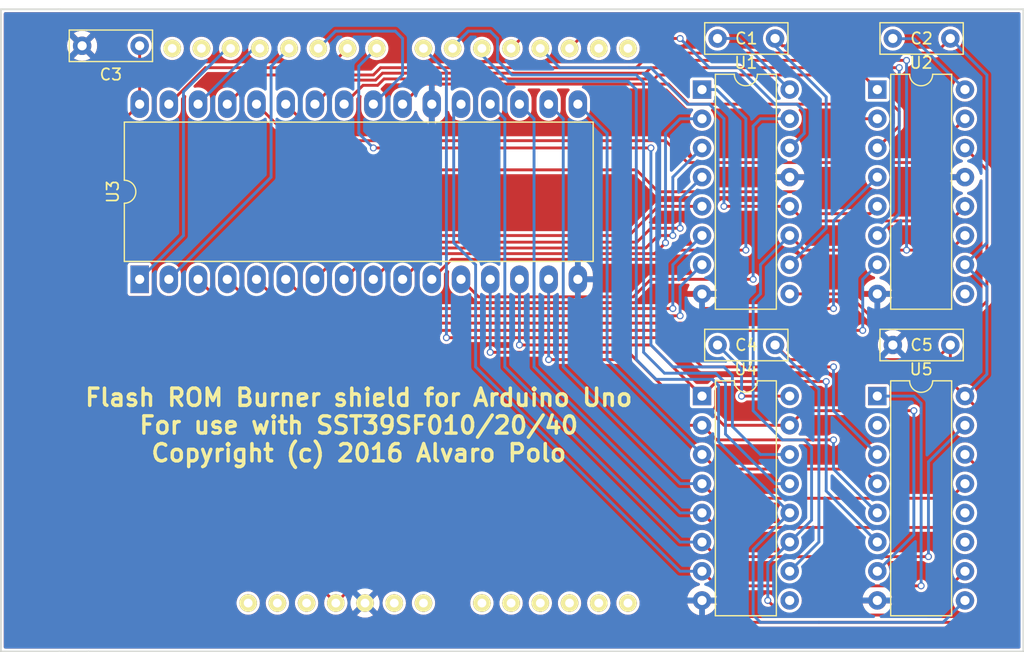
<source format=kicad_pcb>
(kicad_pcb (version 20211014) (generator pcbnew)
  (layers (0 "F.Cu" signal) (31 "B.Cu" signal) (34 "B.Paste" user) (35 "F.Paste" user) (36 "B.SilkS" user "B.Silkscreen") (37 "F.SilkS" user "F.Silkscreen") (38 "B.Mask" user) (39 "F.Mask" user) (44 "Edge.Cuts" user))
  (net 0 "")
  (net 1 "CLOCK")
  (net 2 "ADDR_LATCH")
  (net 3 "ADDR_DAT")
  (net 4 "DATA_LATCH")
  (net 5 "DATA_DIR")
  (net 6 "DATA_IN")
  (net 7 "DATA_OUT")
  (net 8 "WE")
  (net 9 "OE")
  (net 10 "ADDR16")
  (net 11 "VCC")
  (net 12 "GND")
  (net 13 "/A1")
  (net 14 "/A2")
  (net 15 "/A3")
  (net 16 "/A4")
  (net 17 "/A5")
  (net 18 "/A6")
  (net 19 "/A7")
  (net 20 "Net-(U1-Pad9)")
  (net 21 "/A0")
  (net 22 "/A9")
  (net 23 "/A10")
  (net 24 "/A11")
  (net 25 "/A12")
  (net 26 "/A13")
  (net 27 "/A14")
  (net 28 "/A15")
  (net 29 "/A8")
  (net 30 "/DQ0")
  (net 31 "/DQ1")
  (net 32 "/DQ2")
  (net 33 "/DQ3")
  (net 34 "/DQ4")
  (net 35 "/DQ5")
  (net 36 "/DQ6")
  (net 37 "/DQ7")
  (net 38 "ADDR18")
  (net 39 "ADDR17")
  (net 40 "Net-(C1-Pad2)")
  (net 41 "Net-(C2-Pad2)")
  (net 42 "Net-(C4-Pad2)")
  (footprint "Capacitor_THT:C_Rect_L7.0mm_W2.5mm_P5.00mm" (layer "F.Cu") (at 181.61 81.28 180)
    (fp_text reference "C1")
    (fp_text value "100nF")
  )
  (footprint "Capacitor_THT:C_Rect_L7.0mm_W2.5mm_P5.00mm" (layer "F.Cu") (at 196.85 81.28 180)
    (fp_text reference "C2")
    (fp_text value "100nF")
  )
  (footprint "Capacitor_THT:C_Rect_L7.0mm_W2.5mm_P5.00mm" (layer "F.Cu") (at 126.365 81.915 180)
    (fp_text reference "C3")
    (fp_text value "100nF")
  )
  (footprint "Capacitor_THT:C_Rect_L7.0mm_W2.5mm_P5.00mm" (layer "F.Cu") (at 181.61 107.95 180)
    (fp_text reference "C4")
    (fp_text value "100nF")
  )
  (footprint "Capacitor_THT:C_Rect_L7.0mm_W2.5mm_P5.00mm" (layer "F.Cu") (at 196.85 107.95 180)
    (fp_text reference "C5")
    (fp_text value "100nF")
  )
  (footprint "Package_DIP:DIP-16_W7.62mm" (layer "F.Cu") (at 175.26 85.725)
    (fp_text reference "U1")
    (fp_text value "74HC595")
  )
  (footprint "Package_DIP:DIP-16_W7.62mm" (layer "F.Cu") (at 190.5 85.725)
    (fp_text reference "U2")
    (fp_text value "74HC595")
  )
  (footprint "Package_DIP:DIP-32_W15.24mm_LongPads" (layer "F.Cu") (at 126.365 102.235 90)
    (fp_text reference "U3")
    (fp_text value "SST39SF040")
  )
  (footprint "Package_DIP:DIP-16_W7.62mm" (layer "F.Cu") (at 175.26 112.395)
    (fp_text reference "U4")
    (fp_text value "74HC595")
  )
  (footprint "Package_DIP:DIP-16_W7.62mm" (layer "F.Cu") (at 190.5 112.395)
    (fp_text reference "U5")
    (fp_text value "4021")
  )
  (footprint "Arduino:arduino_uno_shield" (layer "F.Cu") (at 148.5011 105.0036)
    (fp_text reference "U6" hide)
    (fp_text value "Arduino_Uno_shield")
  )
  (gr_line (start 119.38 78.74) (end 201.93 78.74) (layer "Edge.Cuts") (width 0.15))
  (gr_line (start 120.015 134.62) (end 119.38 134.62) (layer "Edge.Cuts") (width 0.15))
  (gr_line (start 201.93 78.74) (end 203.2 78.74) (layer "Edge.Cuts") (width 0.15))
  (gr_line (start 114.3 78.74) (end 119.38 78.74) (layer "Edge.Cuts") (width 0.15))
  (gr_line (start 203.2 134.62) (end 121.92 134.62) (layer "Edge.Cuts") (width 0.15))
  (gr_line (start 119.38 134.62) (end 114.3 134.62) (layer "Edge.Cuts") (width 0.15))
  (gr_line (start 121.92 134.62) (end 120.015 134.62) (layer "Edge.Cuts") (width 0.15))
  (gr_line (start 114.3 134.62) (end 114.3 78.74) (layer "Edge.Cuts") (width 0.15))
  (gr_line (start 203.2 78.74) (end 203.2 134.62) (layer "Edge.Cuts") (width 0.15))
  (gr_text "Flash ROM Burner shield for Arduino Uno\nFor use with SST39SF010/20/40\nCopyright (c) 2016 Alvaro Polo\n" (at 145.415 114.935) (layer "F.SilkS") (effects (font (size 1.5 1.5) (thickness 0.3))))
  (segment (start 194.31 131.445) (end 182.245 131.445) (width 0.25) (layer "F.Cu") (net 1))
  (segment (start 184.15 99.695) (end 193.04 99.695) (width 0.25) (layer "F.Cu") (net 1))
  (segment (start 196.85 99.695) (end 198.12 98.425) (width 0.25) (layer "F.Cu") (net 1))
  (segment (start 165.2397 80.645) (end 170.18 80.645) (width 0.25) (layer "F.Cu") (net 1))
  (segment (start 193.04 99.695) (end 196.85 99.695) (width 0.25) (layer "F.Cu") (net 1))
  (segment (start 181.61 82.55) (end 172.085 82.55) (width 0.25) (layer "F.Cu") (net 1))
  (segment (start 188.595 82.55) (end 189.23 82.55) (width 0.25) (layer "F.Cu") (net 1))
  (segment (start 189.23 82.55) (end 189.865 83.185) (width 0.25) (layer "F.Cu") (net 1))
  (segment (start 189.865 83.185) (end 193.04 83.185) (width 0.25) (layer "F.Cu") (net 1))
  (segment (start 182.245 131.445) (end 180.975 130.175) (width 0.25) (layer "F.Cu") (net 1))
  (segment (start 181.61 82.55) (end 188.595 82.55) (width 0.25) (layer "F.Cu") (net 1))
  (segment (start 163.7411 82.1436) (end 165.2397 80.645) (width 0.25) (layer "F.Cu") (net 1))
  (segment (start 170.18 80.645) (end 172.085 82.55) (width 0.25) (layer "F.Cu") (net 1))
  (segment (start 182.88 98.425) (end 184.15 99.695) (width 0.25) (layer "F.Cu") (net 1))
  (segment (start 198.12 127.635) (end 194.31 131.445) (width 0.25) (layer "F.Cu") (net 1))
  (via (at 193.04 83.185) (size 0.6) (drill 0.4) (layers "F.Cu" "B.Cu") (net 1))
  (via (at 180.975 130.175) (size 0.6) (drill 0.4) (layers "F.Cu" "B.Cu") (net 1))
  (via (at 193.04 99.695) (size 0.6) (drill 0.4) (layers "F.Cu" "B.Cu") (net 1))
  (segment (start 180.975 127) (end 182.88 125.095) (width 0.25) (layer "B.Cu") (net 1))
  (segment (start 184.785 123.19) (end 184.785 116.84) (width 0.25) (layer "B.Cu") (net 1))
  (segment (start 184.785 116.84) (end 184.15 116.205) (width 0.25) (layer "B.Cu") (net 1))
  (segment (start 184.15 116.205) (end 182.245 116.205) (width 0.25) (layer "B.Cu") (net 1))
  (segment (start 182.245 116.205) (end 181.61 115.57) (width 0.25) (layer "B.Cu") (net 1))
  (segment (start 180.34 100.965) (end 182.88 98.425) (width 0.25) (layer "B.Cu") (net 1))
  (segment (start 193.04 83.185) (end 193.04 99.695) (width 0.25) (layer "B.Cu") (net 1))
  (segment (start 180.975 130.175) (end 180.975 127) (width 0.25) (layer "B.Cu") (net 1))
  (segment (start 180.34 103.505) (end 180.34 100.965) (width 0.25) (layer "B.Cu") (net 1))
  (segment (start 179.705 104.14) (end 179.705 113.665) (width 0.25) (layer "B.Cu") (net 1))
  (segment (start 179.705 113.665) (end 180.34 114.3) (width 0.25) (layer "B.Cu") (net 1))
  (segment (start 180.34 103.505) (end 179.705 104.14) (width 0.25) (layer "B.Cu") (net 1))
  (segment (start 181.61 115.57) (end 180.34 114.3) (width 0.25) (layer "B.Cu") (net 1))
  (segment (start 182.88 125.095) (end 184.785 123.19) (width 0.25) (layer "B.Cu") (net 1))
  (segment (start 196.85 97.155) (end 184.15 97.155) (width 0.25) (layer "F.Cu") (net 2))
  (segment (start 184.15 97.155) (end 182.88 95.885) (width 0.25) (layer "F.Cu") (net 2))
  (segment (start 198.12 95.885) (end 196.85 97.155) (width 0.25) (layer "F.Cu") (net 2))
  (segment (start 182.88 95.885) (end 177.165 95.885) (width 0.25) (layer "F.Cu") (net 2))
  (via (at 177.165 95.885) (size 0.6) (drill 0.4) (layers "F.Cu" "B.Cu") (net 2))
  (segment (start 177.165 95.885) (end 177.165 88.265) (width 0.25) (layer "B.Cu") (net 2))
  (segment (start 177.165 88.265) (end 175.895 86.995) (width 0.25) (layer "B.Cu") (net 2))
  (segment (start 175.895 86.995) (end 173.99 86.995) (width 0.25) (layer "B.Cu") (net 2))
  (segment (start 168.91 83.82) (end 162.8775 83.82) (width 0.25) (layer "B.Cu") (net 2))
  (segment (start 162.8775 83.82) (end 161.2011 82.1436) (width 0.25) (layer "B.Cu") (net 2))
  (segment (start 170.815 83.82) (end 168.91 83.82) (width 0.25) (layer "B.Cu") (net 2))
  (segment (start 173.99 86.995) (end 170.815 83.82) (width 0.25) (layer "B.Cu") (net 2))
  (segment (start 160.7947 80.01) (end 170.815 80.01) (width 0.25) (layer "F.Cu") (net 3))
  (segment (start 170.815 80.01) (end 172.085 81.28) (width 0.25) (layer "F.Cu") (net 3))
  (segment (start 172.085 81.28) (end 173.355 81.28) (width 0.25) (layer "F.Cu") (net 3))
  (segment (start 158.6611 82.1436) (end 160.7947 80.01) (width 0.25) (layer "F.Cu") (net 3))
  (via (at 173.355 81.28) (size 0.6) (drill 0.4) (layers "F.Cu" "B.Cu") (net 3))
  (segment (start 184.15 89.535) (end 184.15 87.63) (width 0.25) (layer "B.Cu") (net 3))
  (segment (start 184.15 87.63) (end 183.515 86.995) (width 0.25) (layer "B.Cu") (net 3))
  (segment (start 183.515 86.995) (end 181.61 86.995) (width 0.25) (layer "B.Cu") (net 3))
  (segment (start 173.355 81.28) (end 175.895 83.82) (width 0.25) (layer "B.Cu") (net 3))
  (segment (start 178.435 83.82) (end 181.61 86.995) (width 0.25) (layer "B.Cu") (net 3))
  (segment (start 182.88 90.805) (end 184.15 89.535) (width 0.25) (layer "B.Cu") (net 3))
  (segment (start 175.895 83.82) (end 178.435 83.82) (width 0.25) (layer "B.Cu") (net 3))
  (segment (start 196.215 132.08) (end 180.34 132.08) (width 0.25) (layer "B.Cu") (net 4))
  (segment (start 180.34 132.08) (end 179.705 131.445) (width 0.25) (layer "B.Cu") (net 4))
  (segment (start 179.705 131.445) (end 179.705 125.73) (width 0.25) (layer "B.Cu") (net 4))
  (segment (start 179.705 125.73) (end 182.88 122.555) (width 0.25) (layer "B.Cu") (net 4))
  (segment (start 176.7 116.375) (end 176.7 111.47) (width 0.25) (layer "B.Cu") (net 4))
  (segment (start 176.7 111.47) (end 176.17 110.94) (width 0.25) (layer "B.Cu") (net 4))
  (segment (start 169.545 85.725) (end 168.82 85) (width 0.25) (layer "B.Cu") (net 4))
  (segment (start 169.545 109.22) (end 169.545 85.725) (width 0.25) (layer "B.Cu") (net 4))
  (segment (start 168.82 85) (end 158.4 85) (width 0.25) (layer "B.Cu") (net 4))
  (segment (start 198.12 130.175) (end 196.215 132.08) (width 0.25) (layer "B.Cu") (net 4))
  (segment (start 156.1211 82.7211) (end 156.1211 82.1436) (width 0.25) (layer "B.Cu") (net 4))
  (segment (start 176.17 110.94) (end 171.265 110.94) (width 0.25) (layer "B.Cu") (net 4))
  (segment (start 158.4 85) (end 156.1211 82.7211) (width 0.25) (layer "B.Cu") (net 4))
  (segment (start 182.88 122.555) (end 176.7 116.375) (width 0.25) (layer "B.Cu") (net 4))
  (segment (start 171.265 110.94) (end 169.545 109.22) (width 0.25) (layer "B.Cu") (net 4))
  (segment (start 177.3 115.705) (end 177.3 111.26) (width 0.25) (layer "B.Cu") (net 5))
  (segment (start 158.75 84.455) (end 157.48 83.185) (width 0.25) (layer "B.Cu") (net 5))
  (segment (start 177.3 111.26) (end 176.44 110.4) (width 0.25) (layer "B.Cu") (net 5))
  (segment (start 154.94 80.645) (end 153.5811 82.0039) (width 0.25) (layer "B.Cu") (net 5))
  (segment (start 176.44 110.4) (end 171.995 110.4) (width 0.25) (layer "B.Cu") (net 5))
  (segment (start 157.48 81.28) (end 156.845 80.645) (width 0.25) (layer "B.Cu") (net 5))
  (segment (start 170.18 85.09) (end 169.545 84.455) (width 0.25) (layer "B.Cu") (net 5))
  (segment (start 156.845 80.645) (end 154.94 80.645) (width 0.25) (layer "B.Cu") (net 5))
  (segment (start 153.5811 82.0039) (end 153.5811 82.1436) (width 0.25) (layer "B.Cu") (net 5))
  (segment (start 157.48 83.185) (end 157.48 81.28) (width 0.25) (layer "B.Cu") (net 5))
  (segment (start 170.18 108.585) (end 170.18 85.09) (width 0.25) (layer "B.Cu") (net 5))
  (segment (start 169.545 84.455) (end 158.75 84.455) (width 0.25) (layer "B.Cu") (net 5))
  (segment (start 181.61 120.015) (end 177.3 115.705) (width 0.25) (layer "B.Cu") (net 5))
  (segment (start 182.88 120.015) (end 181.61 120.015) (width 0.25) (layer "B.Cu") (net 5))
  (segment (start 171.995 110.4) (end 170.18 108.585) (width 0.25) (layer "B.Cu") (net 5))
  (segment (start 186.69 109.855) (end 175.26 109.855) (width 0.25) (layer "F.Cu") (net 6))
  (segment (start 172.72 107.315) (end 153.035 107.315) (width 0.25) (layer "F.Cu") (net 6))
  (segment (start 175.26 109.855) (end 172.72 107.315) (width 0.25) (layer "F.Cu") (net 6))
  (via (at 186.69 109.855) (size 0.6) (drill 0.4) (layers "F.Cu" "B.Cu") (net 6))
  (via (at 153.035 107.315) (size 0.6) (drill 0.4) (layers "F.Cu" "B.Cu") (net 6))
  (segment (start 186.69 113.665) (end 186.69 109.855) (width 0.25) (layer "B.Cu") (net 6))
  (segment (start 190.5 117.475) (end 186.69 113.665) (width 0.25) (layer "B.Cu") (net 6))
  (segment (start 153.035 84.135) (end 153.035 107.315) (width 0.25) (layer "B.Cu") (net 6))
  (segment (start 151.0436 82.1436) (end 153.035 84.135) (width 0.25) (layer "B.Cu") (net 6))
  (segment (start 151.0411 82.1436) (end 151.0436 82.1436) (width 0.25) (layer "B.Cu") (net 6))
  (segment (start 170.815 90.805) (end 146.685 90.805) (width 0.25) (layer "F.Cu") (net 7))
  (via (at 170.815 90.805) (size 0.6) (drill 0.4) (layers "F.Cu" "B.Cu") (net 7))
  (via (at 146.685 90.805) (size 0.6) (drill 0.4) (layers "F.Cu" "B.Cu") (net 7))
  (segment (start 182.88 117.475) (end 180.34 117.475) (width 0.25) (layer "B.Cu") (net 7))
  (segment (start 177.9 110.59) (end 177.165 109.855) (width 0.25) (layer "B.Cu") (net 7))
  (segment (start 145.415 89.535) (end 145.415 83.685) (width 0.25) (layer "B.Cu") (net 7))
  (segment (start 177.9 115.035) (end 177.9 110.59) (width 0.25) (layer "B.Cu") (net 7))
  (segment (start 145.415 83.685) (end 146.9564 82.1436) (width 0.25) (layer "B.Cu") (net 7))
  (segment (start 180.34 117.475) (end 177.9 115.035) (width 0.25) (layer "B.Cu") (net 7))
  (segment (start 172.72 109.855) (end 170.815 107.95) (width 0.25) (layer "B.Cu") (net 7))
  (segment (start 146.685 90.805) (end 145.415 89.535) (width 0.25) (layer "B.Cu") (net 7))
  (segment (start 146.9564 82.1436) (end 146.9771 82.1436) (width 0.25) (layer "B.Cu") (net 7))
  (segment (start 177.165 109.855) (end 172.72 109.855) (width 0.25) (layer "B.Cu") (net 7))
  (segment (start 170.815 107.95) (end 170.815 90.805) (width 0.25) (layer "B.Cu") (net 7))
  (segment (start 132.08 83.82) (end 135.757606 83.82) (width 0.25) (layer "F.Cu") (net 8))
  (segment (start 135.757606 83.82) (end 135.89 83.82) (width 0.25) (layer "F.Cu") (net 8))
  (segment (start 142.7607 83.82) (end 144.4371 82.1436) (width 0.25) (layer "F.Cu") (net 8))
  (segment (start 135.89 83.82) (end 142.7607 83.82) (width 0.25) (layer "F.Cu") (net 8))
  (segment (start 128.905 86.995) (end 132.08 83.82) (width 0.25) (layer "F.Cu") (net 8))
  (segment (start 143.3957 80.645) (end 148.59 80.645) (width 0.25) (layer "B.Cu") (net 9))
  (segment (start 148.59 80.645) (end 149.225 81.28) (width 0.25) (layer "B.Cu") (net 9))
  (segment (start 149.225 81.28) (end 149.225 83.185) (width 0.25) (layer "B.Cu") (net 9))
  (segment (start 149.225 84.455) (end 149.225 83.185) (width 0.25) (layer "B.Cu") (net 9))
  (segment (start 141.8971 82.1436) (end 143.3957 80.645) (width 0.25) (layer "B.Cu") (net 9))
  (segment (start 146.685 86.995) (end 149.225 84.455) (width 0.25) (layer "B.Cu") (net 9))
  (segment (start 137.795 93.345) (end 137.795 83.705) (width 0.25) (layer "B.Cu") (net 10))
  (segment (start 137.795 83.705) (end 139.3564 82.1436) (width 0.25) (layer "B.Cu") (net 10))
  (segment (start 128.905 102.235) (end 137.795 93.345) (width 0.25) (layer "B.Cu") (net 10))
  (segment (start 139.3564 82.1436) (end 139.3571 82.1436) (width 0.25) (layer "B.Cu") (net 10))
  (segment (start 195.58 82.55) (end 196.85 81.28) (width 0.25) (layer "F.Cu") (net 11))
  (segment (start 196.85 111.125) (end 196.85 107.95) (width 0.25) (layer "F.Cu") (net 11))
  (segment (start 195.58 109.22) (end 182.88 109.22) (width 0.25) (layer "F.Cu") (net 11))
  (segment (start 182.88 109.22) (end 181.61 107.95) (width 0.25) (layer "F.Cu") (net 11))
  (segment (start 144.9197 128.905) (end 170.18 128.905) (width 0.25) (layer "F.Cu") (net 11))
  (segment (start 170.18 128.905) (end 170.815 128.905) (width 0.25) (layer "F.Cu") (net 11))
  (segment (start 170.815 128.905) (end 173.99 132.08) (width 0.25) (layer "F.Cu") (net 11))
  (segment (start 173.99 132.08) (end 185.42 132.08) (width 0.25) (layer "F.Cu") (net 11))
  (segment (start 199.39 132.08) (end 201.295 130.175) (width 0.25) (layer "F.Cu") (net 11))
  (segment (start 201.295 130.175) (end 201.295 115.57) (width 0.25) (layer "F.Cu") (net 11))
  (segment (start 201.295 115.57) (end 198.12 112.395) (width 0.25) (layer "F.Cu") (net 11))
  (segment (start 141.9225 128.905) (end 139.7 128.905) (width 0.25) (layer "F.Cu") (net 11))
  (segment (start 139.7 128.905) (end 123.19 112.395) (width 0.25) (layer "F.Cu") (net 11))
  (segment (start 123.19 112.395) (end 123.19 94.615) (width 0.25) (layer "F.Cu") (net 11))
  (segment (start 185.42 132.08) (end 199.39 132.08) (width 0.25) (layer "F.Cu") (net 11))
  (segment (start 190.5 82.55) (end 195.58 82.55) (width 0.25) (layer "F.Cu") (net 11))
  (segment (start 184.15 81.915) (end 182.245 81.915) (width 0.25) (layer "F.Cu") (net 11))
  (segment (start 182.245 81.915) (end 181.61 81.28) (width 0.25) (layer "F.Cu") (net 11))
  (segment (start 126.365 83.185) (end 126.365 81.915) (width 0.25) (layer "F.Cu") (net 11))
  (segment (start 123.19 90.17) (end 123.19 93.98) (width 0.25) (layer "F.Cu") (net 11))
  (segment (start 196.85 107.95) (end 195.58 109.22) (width 0.25) (layer "F.Cu") (net 11))
  (segment (start 189.865 81.915) (end 184.15 81.915) (width 0.25) (layer "F.Cu") (net 11))
  (segment (start 143.4211 130.4036) (end 141.9225 128.905) (width 0.25) (layer "F.Cu") (net 11))
  (segment (start 126.365 86.995) (end 126.365 83.185) (width 0.25) (layer "F.Cu") (net 11))
  (segment (start 123.19 94.615) (end 123.19 93.98) (width 0.25) (layer "F.Cu") (net 11))
  (segment (start 198.12 112.395) (end 196.85 111.125) (width 0.25) (layer "F.Cu") (net 11))
  (segment (start 190.5 82.55) (end 189.865 81.915) (width 0.25) (layer "F.Cu") (net 11))
  (segment (start 126.365 86.995) (end 123.19 90.17) (width 0.25) (layer "F.Cu") (net 11))
  (segment (start 143.4211 130.4036) (end 144.9197 128.905) (width 0.25) (layer "F.Cu") (net 11))
  (segment (start 200.025 110.49) (end 200.025 102.87) (width 0.25) (layer "B.Cu") (net 11))
  (segment (start 200.025 102.87) (end 198.12 100.965) (width 0.25) (layer "B.Cu") (net 11))
  (segment (start 198.12 112.395) (end 200.025 110.49) (width 0.25) (layer "B.Cu") (net 11))
  (segment (start 186.055 86.36) (end 181.61 81.915) (width 0.25) (layer "B.Cu") (net 11))
  (segment (start 185.42 111.82) (end 185.42 125.095) (width 0.25) (layer "B.Cu") (net 11))
  (segment (start 200.025 99.06) (end 200.025 84.455) (width 0.25) (layer "B.Cu") (net 11))
  (segment (start 181.61 107.95) (end 181.61 108.01) (width 0.25) (layer "B.Cu") (net 11))
  (segment (start 181.61 108.01) (end 185.42 111.82) (width 0.25) (layer "B.Cu") (net 11))
  (segment (start 182.88 100.965) (end 186.055 97.79) (width 0.25) (layer "B.Cu") (net 11))
  (segment (start 198.12 100.965) (end 200.025 99.06) (width 0.25) (layer "B.Cu") (net 11))
  (segment (start 181.61 81.915) (end 181.61 81.28) (width 0.25) (layer "B.Cu") (net 11))
  (segment (start 200.025 84.455) (end 196.85 81.28) (width 0.25) (layer "B.Cu") (net 11))
  (segment (start 186.055 97.79) (end 186.055 86.36) (width 0.25) (layer "B.Cu") (net 11))
  (segment (start 185.42 125.095) (end 182.88 127.635) (width 0.25) (layer "B.Cu") (net 11))
  (segment (start 179.07 99.695) (end 172.905 99.695) (width 0.25) (layer "F.Cu") (net 13))
  (segment (start 172.1 100.5) (end 153.5 100.5) (width 0.25) (layer "F.Cu") (net 13))
  (segment (start 153.5 100.5) (end 151.765 102.235) (width 0.25) (layer "F.Cu") (net 13))
  (segment (start 172.905 99.695) (end 172.1 100.5) (width 0.25) (layer "F.Cu") (net 13))
  (via (at 179.07 99.695) (size 0.6) (drill 0.4) (layers "F.Cu" "B.Cu") (net 13))
  (segment (start 179.07 89.535) (end 179.07 99.695) (width 0.25) (layer "B.Cu") (net 13))
  (segment (start 177.8 86.995) (end 176.53 85.725) (width 0.25) (layer "B.Cu") (net 13))
  (segment (start 176.53 85.725) (end 175.26 85.725) (width 0.25) (layer "B.Cu") (net 13))
  (segment (start 179.07 88.265) (end 177.8 86.995) (width 0.25) (layer "B.Cu") (net 13))
  (segment (start 179.07 89.535) (end 179.07 88.265) (width 0.25) (layer "B.Cu") (net 13))
  (segment (start 172.085 99.06) (end 171.145 100) (width 0.25) (layer "F.Cu") (net 14))
  (segment (start 151.46 100) (end 149.225 102.235) (width 0.25) (layer "F.Cu") (net 14))
  (segment (start 171.145 100) (end 151.46 100) (width 0.25) (layer "F.Cu") (net 14))
  (via (at 172.085 99.06) (size 0.6) (drill 0.4) (layers "F.Cu" "B.Cu") (net 14))
  (segment (start 172.085 89.535) (end 172.085 99.06) (width 0.25) (layer "B.Cu") (net 14))
  (segment (start 173.355 88.265) (end 172.085 89.535) (width 0.25) (layer "B.Cu") (net 14))
  (segment (start 175.26 88.265) (end 173.355 88.265) (width 0.25) (layer "B.Cu") (net 14))
  (segment (start 170.365 99.51) (end 149.41 99.51) (width 0.25) (layer "F.Cu") (net 15))
  (segment (start 172.72 98.425) (end 171.45 98.425) (width 0.25) (layer "F.Cu") (net 15))
  (segment (start 171.45 98.425) (end 170.365 99.51) (width 0.25) (layer "F.Cu") (net 15))
  (segment (start 149.41 99.51) (end 146.685 102.235) (width 0.25) (layer "F.Cu") (net 15))
  (via (at 172.72 98.425) (size 0.6) (drill 0.4) (layers "F.Cu" "B.Cu") (net 15))
  (segment (start 172.72 93.345) (end 172.72 98.425) (width 0.25) (layer "B.Cu") (net 15))
  (segment (start 175.26 90.805) (end 172.72 93.345) (width 0.25) (layer "B.Cu") (net 15))
  (segment (start 169.605 99) (end 147.38 99) (width 0.25) (layer "F.Cu") (net 16))
  (segment (start 147.38 99) (end 144.145 102.235) (width 0.25) (layer "F.Cu") (net 16))
  (segment (start 173.355 97.79) (end 170.815 97.79) (width 0.25) (layer "F.Cu") (net 16))
  (segment (start 170.815 97.79) (end 169.605 99) (width 0.25) (layer "F.Cu") (net 16))
  (via (at 173.355 97.79) (size 0.6) (drill 0.4) (layers "F.Cu" "B.Cu") (net 16))
  (segment (start 173.355 97.79) (end 173.355 95.25) (width 0.25) (layer "B.Cu") (net 16))
  (segment (start 173.355 95.25) (end 175.26 93.345) (width 0.25) (layer "B.Cu") (net 16))
  (segment (start 168.91 98.425) (end 171.45 95.885) (width 0.25) (layer "F.Cu") (net 17))
  (segment (start 145.415 98.425) (end 149.225 98.425) (width 0.25) (layer "F.Cu") (net 17))
  (segment (start 175.26 95.885) (end 171.45 95.885) (width 0.25) (layer "F.Cu") (net 17))
  (segment (start 167.64 98.425) (end 168.91 98.425) (width 0.25) (layer "F.Cu") (net 17))
  (segment (start 149.225 98.425) (end 167.64 98.425) (width 0.25) (layer "F.Cu") (net 17))
  (segment (start 141.605 102.235) (end 145.415 98.425) (width 0.25) (layer "F.Cu") (net 17))
  (segment (start 145.415 104.775) (end 172.72 104.775) (width 0.25) (layer "F.Cu") (net 18))
  (segment (start 141.605 104.775) (end 139.065 102.235) (width 0.25) (layer "F.Cu") (net 18))
  (segment (start 145.415 104.775) (end 141.605 104.775) (width 0.25) (layer "F.Cu") (net 18))
  (via (at 172.72 104.775) (size 0.6) (drill 0.4) (layers "F.Cu" "B.Cu") (net 18))
  (segment (start 172.72 104.775) (end 172.72 100.965) (width 0.25) (layer "B.Cu") (net 18))
  (segment (start 172.72 100.965) (end 175.26 98.425) (width 0.25) (layer "B.Cu") (net 18))
  (segment (start 173.355 105.41) (end 143.51 105.41) (width 0.25) (layer "F.Cu") (net 19))
  (segment (start 139.7 105.41) (end 136.525 102.235) (width 0.25) (layer "F.Cu") (net 19))
  (segment (start 143.51 105.41) (end 139.7 105.41) (width 0.25) (layer "F.Cu") (net 19))
  (via (at 173.355 105.41) (size 0.6) (drill 0.4) (layers "F.Cu" "B.Cu") (net 19))
  (segment (start 173.355 102.87) (end 173.355 105.41) (width 0.25) (layer "B.Cu") (net 19))
  (segment (start 175.26 100.965) (end 173.355 102.87) (width 0.25) (layer "B.Cu") (net 19))
  (segment (start 187.96 103.505) (end 189.865 105.41) (width 0.25) (layer "F.Cu") (net 20))
  (segment (start 189.865 105.41) (end 196.215 105.41) (width 0.25) (layer "F.Cu") (net 20))
  (segment (start 200.025 92.71) (end 200.025 104.14) (width 0.25) (layer "F.Cu") (net 20))
  (segment (start 200.025 104.14) (end 198.755 105.41) (width 0.25) (layer "F.Cu") (net 20))
  (segment (start 198.755 105.41) (end 196.215 105.41) (width 0.25) (layer "F.Cu") (net 20))
  (segment (start 198.12 90.805) (end 200.025 92.71) (width 0.25) (layer "F.Cu") (net 20))
  (segment (start 182.88 103.505) (end 187.96 103.505) (width 0.25) (layer "F.Cu") (net 20))
  (segment (start 179.705 102.235) (end 170.815 102.235) (width 0.25) (layer "F.Cu") (net 21))
  (segment (start 170.815 102.235) (end 169.29 103.76) (width 0.25) (layer "F.Cu") (net 21))
  (segment (start 155.83 103.76) (end 154.305 102.235) (width 0.25) (layer "F.Cu") (net 21))
  (segment (start 169.29 103.76) (end 155.83 103.76) (width 0.25) (layer "F.Cu") (net 21))
  (via (at 179.705 102.235) (size 0.6) (drill 0.4) (layers "F.Cu" "B.Cu") (net 21))
  (segment (start 179.705 91.44) (end 179.705 102.235) (width 0.25) (layer "B.Cu") (net 21))
  (segment (start 179.705 88.9) (end 180.34 88.265) (width 0.25) (layer "B.Cu") (net 21))
  (segment (start 180.34 88.265) (end 182.88 88.265) (width 0.25) (layer "B.Cu") (net 21))
  (segment (start 179.705 91.44) (end 179.705 88.9) (width 0.25) (layer "B.Cu") (net 21))
  (segment (start 170.335 84.3) (end 170.815 83.82) (width 0.25) (layer "F.Cu") (net 22))
  (segment (start 146.871396 84.905) (end 147.476396 84.3) (width 0.25) (layer "F.Cu") (net 22))
  (segment (start 189.23 84.455) (end 190.5 85.725) (width 0.25) (layer "F.Cu") (net 22))
  (segment (start 170.815 83.82) (end 187.96 83.82) (width 0.25) (layer "F.Cu") (net 22))
  (segment (start 187.96 83.82) (end 188.595 84.455) (width 0.25) (layer "F.Cu") (net 22))
  (segment (start 188.595 84.455) (end 189.23 84.455) (width 0.25) (layer "F.Cu") (net 22))
  (segment (start 143.695 84.905) (end 146.871396 84.905) (width 0.25) (layer "F.Cu") (net 22))
  (segment (start 147.476396 84.3) (end 170.335 84.3) (width 0.25) (layer "F.Cu") (net 22))
  (segment (start 141.605 86.995) (end 143.695 84.905) (width 0.25) (layer "F.Cu") (net 22))
  (segment (start 174.095 86.995) (end 187.96 86.995) (width 0.25) (layer "F.Cu") (net 23))
  (segment (start 187.96 86.995) (end 189.23 88.265) (width 0.25) (layer "F.Cu") (net 23))
  (segment (start 149.225 86.995) (end 150.97 85.25) (width 0.25) (layer "F.Cu") (net 23))
  (segment (start 150.97 85.25) (end 172.35 85.25) (width 0.25) (layer "F.Cu") (net 23))
  (segment (start 189.23 88.265) (end 190.5 88.265) (width 0.25) (layer "F.Cu") (net 23))
  (segment (start 172.35 85.25) (end 174.095 86.995) (width 0.25) (layer "F.Cu") (net 23))
  (segment (start 192.405 88.9) (end 190.5 90.805) (width 0.25) (layer "F.Cu") (net 24))
  (segment (start 147.612792 84.8) (end 171.105 84.8) (width 0.25) (layer "F.Cu") (net 24))
  (segment (start 189.52 86.995) (end 191.77 86.995) (width 0.25) (layer "F.Cu") (net 24))
  (segment (start 145.785 85.355) (end 147.057792 85.355) (width 0.25) (layer "F.Cu") (net 24))
  (segment (start 192.405 87.63) (end 192.405 88.9) (width 0.25) (layer "F.Cu") (net 24))
  (segment (start 147.057792 85.355) (end 147.612792 84.8) (width 0.25) (layer "F.Cu") (net 24))
  (segment (start 171.105 84.8) (end 171.45 84.455) (width 0.25) (layer "F.Cu") (net 24))
  (segment (start 191.77 86.995) (end 192.405 87.63) (width 0.25) (layer "F.Cu") (net 24))
  (segment (start 144.145 86.995) (end 145.785 85.355) (width 0.25) (layer "F.Cu") (net 24))
  (segment (start 171.45 84.455) (end 186.98 84.455) (width 0.25) (layer "F.Cu") (net 24))
  (segment (start 186.98 84.455) (end 189.52 86.995) (width 0.25) (layer "F.Cu") (net 24))
  (segment (start 186.69 104.775) (end 175.26 104.775) (width 0.25) (layer "F.Cu") (net 25))
  (segment (start 175.26 104.775) (end 173.99 106.045) (width 0.25) (layer "F.Cu") (net 25))
  (segment (start 173.99 106.045) (end 141.605 106.045) (width 0.25) (layer "F.Cu") (net 25))
  (segment (start 137.795 106.045) (end 133.985 102.235) (width 0.25) (layer "F.Cu") (net 25))
  (segment (start 141.605 106.045) (end 137.795 106.045) (width 0.25) (layer "F.Cu") (net 25))
  (via (at 186.69 104.775) (size 0.6) (drill 0.4) (layers "F.Cu" "B.Cu") (net 25))
  (segment (start 186.69 97.155) (end 186.69 104.775) (width 0.25) (layer "B.Cu") (net 25))
  (segment (start 190.5 93.345) (end 186.69 97.155) (width 0.25) (layer "B.Cu") (net 25))
  (segment (start 171.45 94.615) (end 169.545 92.71) (width 0.25) (layer "F.Cu") (net 26))
  (segment (start 169.545 92.71) (end 146.05 92.71) (width 0.25) (layer "F.Cu") (net 26))
  (segment (start 184.785 95.885) (end 183.515 94.615) (width 0.25) (layer "F.Cu") (net 26))
  (segment (start 183.515 94.615) (end 171.45 94.615) (width 0.25) (layer "F.Cu") (net 26))
  (segment (start 185.42 96.52) (end 189.865 96.52) (width 0.25) (layer "F.Cu") (net 26))
  (segment (start 189.865 96.52) (end 190.5 95.885) (width 0.25) (layer "F.Cu") (net 26))
  (segment (start 144.145 92.71) (end 146.05 92.71) (width 0.25) (layer "F.Cu") (net 26))
  (segment (start 142.24 92.71) (end 144.145 92.71) (width 0.25) (layer "F.Cu") (net 26))
  (segment (start 184.785 95.885) (end 185.42 96.52) (width 0.25) (layer "F.Cu") (net 26))
  (segment (start 136.525 86.995) (end 142.24 92.71) (width 0.25) (layer "F.Cu") (net 26))
  (segment (start 192.405 83.82) (end 189.23 83.82) (width 0.25) (layer "F.Cu") (net 27))
  (segment (start 147.32 83.82) (end 146.685 84.455) (width 0.25) (layer "F.Cu") (net 27))
  (segment (start 140.335 84.455) (end 146.685 84.455) (width 0.25) (layer "F.Cu") (net 27))
  (segment (start 180.975 83.185) (end 170.18 83.185) (width 0.25) (layer "F.Cu") (net 27))
  (segment (start 170.18 83.185) (end 169.545 83.82) (width 0.25) (layer "F.Cu") (net 27))
  (segment (start 169.545 83.82) (end 147.32 83.82) (width 0.25) (layer "F.Cu") (net 27))
  (segment (start 188.595 83.185) (end 180.975 83.185) (width 0.25) (layer "F.Cu") (net 27))
  (segment (start 136.525 84.455) (end 138.43 84.455) (width 0.25) (layer "F.Cu") (net 27))
  (segment (start 138.43 84.455) (end 140.335 84.455) (width 0.25) (layer "F.Cu") (net 27))
  (segment (start 189.23 83.82) (end 188.595 83.185) (width 0.25) (layer "F.Cu") (net 27))
  (segment (start 133.985 86.995) (end 136.525 84.455) (width 0.25) (layer "F.Cu") (net 27))
  (via (at 192.405 83.82) (size 0.6) (drill 0.4) (layers "F.Cu" "B.Cu") (net 27))
  (segment (start 192.405 96.52) (end 192.405 83.82) (width 0.25) (layer "B.Cu") (net 27))
  (segment (start 190.5 98.425) (end 192.405 96.52) (width 0.25) (layer "B.Cu") (net 27))
  (segment (start 139.7 106.68) (end 189.23 106.68) (width 0.25) (layer "F.Cu") (net 28))
  (segment (start 135.89 106.68) (end 131.445 102.235) (width 0.25) (layer "F.Cu") (net 28))
  (segment (start 139.7 106.68) (end 135.89 106.68) (width 0.25) (layer "F.Cu") (net 28))
  (via (at 189.23 106.68) (size 0.6) (drill 0.4) (layers "F.Cu" "B.Cu") (net 28))
  (segment (start 189.23 106.68) (end 189.23 102.235) (width 0.25) (layer "B.Cu") (net 28))
  (segment (start 189.23 102.235) (end 190.5 100.965) (width 0.25) (layer "B.Cu") (net 28))
  (segment (start 173.99 92.075) (end 194.31 92.075) (width 0.25) (layer "F.Cu") (net 29))
  (segment (start 194.31 92.075) (end 198.12 88.265) (width 0.25) (layer "F.Cu") (net 29))
  (segment (start 172.085 90.17) (end 173.99 92.075) (width 0.25) (layer "F.Cu") (net 29))
  (segment (start 144.145 90.17) (end 146.05 90.17) (width 0.25) (layer "F.Cu") (net 29))
  (segment (start 142.24 90.17) (end 144.145 90.17) (width 0.25) (layer "F.Cu") (net 29))
  (segment (start 172.085 90.17) (end 146.05 90.17) (width 0.25) (layer "F.Cu") (net 29))
  (segment (start 139.065 86.995) (end 142.24 90.17) (width 0.25) (layer "F.Cu") (net 29))
  (segment (start 193.675 113.665) (end 184.15 113.665) (width 0.25) (layer "F.Cu") (net 30))
  (segment (start 184.15 113.665) (end 182.88 114.935) (width 0.25) (layer "F.Cu") (net 30))
  (segment (start 175.895 113.665) (end 173.965 113.665) (width 0.25) (layer "F.Cu") (net 30))
  (segment (start 182.88 114.935) (end 177.165 114.935) (width 0.25) (layer "F.Cu") (net 30))
  (segment (start 177.165 114.935) (end 175.895 113.665) (width 0.25) (layer "F.Cu") (net 30))
  (segment (start 173.965 113.665) (end 168.885 108.585) (width 0.25) (layer "F.Cu") (net 30))
  (segment (start 168.885 108.585) (end 156.845 108.585) (width 0.25) (layer "F.Cu") (net 30))
  (via (at 156.845 108.585) (size 0.6) (drill 0.4) (layers "F.Cu" "B.Cu") (net 30))
  (via (at 193.675 113.665) (size 0.6) (drill 0.4) (layers "F.Cu" "B.Cu") (net 30))
  (segment (start 193.675 124.46) (end 193.675 113.665) (width 0.25) (layer "B.Cu") (net 30))
  (segment (start 156.845 108.585) (end 156.845 102.235) (width 0.25) (layer "B.Cu") (net 30))
  (segment (start 190.5 127.635) (end 193.675 124.46) (width 0.25) (layer "B.Cu") (net 30))
  (segment (start 186.055 111.125) (end 176.53 111.125) (width 0.25) (layer "F.Cu") (net 31))
  (segment (start 176.53 111.125) (end 175.26 112.395) (width 0.25) (layer "F.Cu") (net 31))
  (segment (start 170.815 107.95) (end 159.385 107.95) (width 0.25) (layer "F.Cu") (net 31))
  (segment (start 175.26 112.395) (end 170.815 107.95) (width 0.25) (layer "F.Cu") (net 31))
  (via (at 159.385 107.95) (size 0.6) (drill 0.4) (layers "F.Cu" "B.Cu") (net 31))
  (via (at 186.055 111.125) (size 0.6) (drill 0.4) (layers "F.Cu" "B.Cu") (net 31))
  (segment (start 186.055 120.65) (end 186.055 111.125) (width 0.25) (layer "B.Cu") (net 31))
  (segment (start 159.385 107.95) (end 159.385 102.235) (width 0.25) (layer "B.Cu") (net 31))
  (segment (start 190.5 125.095) (end 186.055 120.65) (width 0.25) (layer "B.Cu") (net 31))
  (segment (start 186.69 116.205) (end 176.53 116.205) (width 0.25) (layer "F.Cu") (net 32))
  (segment (start 176.53 116.205) (end 175.26 114.935) (width 0.25) (layer "F.Cu") (net 32))
  (segment (start 173.99 114.935) (end 168.275 109.22) (width 0.25) (layer "F.Cu") (net 32))
  (segment (start 175.26 114.935) (end 173.99 114.935) (width 0.25) (layer "F.Cu") (net 32))
  (segment (start 168.275 109.22) (end 161.925 109.22) (width 0.25) (layer "F.Cu") (net 32))
  (via (at 161.925 109.22) (size 0.6) (drill 0.4) (layers "F.Cu" "B.Cu") (net 32))
  (via (at 186.69 116.205) (size 0.6) (drill 0.4) (layers "F.Cu" "B.Cu") (net 32))
  (segment (start 186.69 118.745) (end 186.69 116.205) (width 0.25) (layer "B.Cu") (net 32))
  (segment (start 161.925 109.22) (end 161.925 102.235) (width 0.25) (layer "B.Cu") (net 32))
  (segment (start 190.5 122.555) (end 186.69 118.745) (width 0.25) (layer "B.Cu") (net 32))
  (segment (start 189.23 118.745) (end 176.53 118.745) (width 0.25) (layer "F.Cu") (net 33))
  (segment (start 176.53 118.745) (end 175.26 117.475) (width 0.25) (layer "F.Cu") (net 33))
  (segment (start 190.5 120.015) (end 189.23 118.745) (width 0.25) (layer "F.Cu") (net 33))
  (segment (start 167.005 94.615) (end 167.005 109.22) (width 0.25) (layer "B.Cu") (net 33))
  (segment (start 167.005 89.535) (end 167.005 94.615) (width 0.25) (layer "B.Cu") (net 33))
  (segment (start 164.465 86.995) (end 167.005 89.535) (width 0.25) (layer "B.Cu") (net 33))
  (segment (start 175.26 117.475) (end 167.005 109.22) (width 0.25) (layer "B.Cu") (net 33))
  (segment (start 196.85 121.285) (end 176.53 121.285) (width 0.25) (layer "F.Cu") (net 34))
  (segment (start 176.53 121.285) (end 175.26 120.015) (width 0.25) (layer "F.Cu") (net 34))
  (segment (start 198.12 120.015) (end 196.85 121.285) (width 0.25) (layer "F.Cu") (net 34))
  (segment (start 164.465 111.125) (end 173.355 120.015) (width 0.25) (layer "B.Cu") (net 34))
  (segment (start 173.355 120.015) (end 175.26 120.015) (width 0.25) (layer "B.Cu") (net 34))
  (segment (start 163.195 109.855) (end 163.195 88.265) (width 0.25) (layer "B.Cu") (net 34))
  (segment (start 164.465 111.125) (end 163.195 109.855) (width 0.25) (layer "B.Cu") (net 34))
  (segment (start 161.925 86.995) (end 163.195 88.265) (width 0.25) (layer "B.Cu") (net 34))
  (segment (start 195.58 123.825) (end 176.53 123.825) (width 0.25) (layer "F.Cu") (net 35))
  (segment (start 176.53 123.825) (end 175.26 122.555) (width 0.25) (layer "F.Cu") (net 35))
  (segment (start 199.39 118.745) (end 199.39 123.19) (width 0.25) (layer "F.Cu") (net 35))
  (segment (start 199.39 123.19) (end 198.755 123.825) (width 0.25) (layer "F.Cu") (net 35))
  (segment (start 198.755 123.825) (end 195.58 123.825) (width 0.25) (layer "F.Cu") (net 35))
  (segment (start 198.12 117.475) (end 199.39 118.745) (width 0.25) (layer "F.Cu") (net 35))
  (segment (start 161.925 111.125) (end 173.355 122.555) (width 0.25) (layer "B.Cu") (net 35))
  (segment (start 173.355 122.555) (end 175.26 122.555) (width 0.25) (layer "B.Cu") (net 35))
  (segment (start 160.655 109.855) (end 160.655 88.265) (width 0.25) (layer "B.Cu") (net 35))
  (segment (start 161.925 111.125) (end 160.655 109.855) (width 0.25) (layer "B.Cu") (net 35))
  (segment (start 159.385 86.995) (end 160.655 88.265) (width 0.25) (layer "B.Cu") (net 35))
  (segment (start 194.945 126.365) (end 176.53 126.365) (width 0.25) (layer "F.Cu") (net 36))
  (segment (start 176.53 126.365) (end 175.26 125.095) (width 0.25) (layer "F.Cu") (net 36))
  (via (at 194.945 126.365) (size 0.6) (drill 0.4) (layers "F.Cu" "B.Cu") (net 36))
  (segment (start 194.945 118.11) (end 194.945 126.365) (width 0.25) (layer "B.Cu") (net 36))
  (segment (start 159.385 111.125) (end 173.355 125.095) (width 0.25) (layer "B.Cu") (net 36))
  (segment (start 173.355 125.095) (end 175.26 125.095) (width 0.25) (layer "B.Cu") (net 36))
  (segment (start 158.115 109.855) (end 158.115 88.265) (width 0.25) (layer "B.Cu") (net 36))
  (segment (start 156.845 86.995) (end 158.115 88.265) (width 0.25) (layer "B.Cu") (net 36))
  (segment (start 198.12 114.935) (end 194.945 118.11) (width 0.25) (layer "B.Cu") (net 36))
  (segment (start 159.385 111.125) (end 158.115 109.855) (width 0.25) (layer "B.Cu") (net 36))
  (segment (start 194.31 128.905) (end 176.53 128.905) (width 0.25) (layer "F.Cu") (net 37))
  (segment (start 176.53 128.905) (end 175.26 127.635) (width 0.25) (layer "F.Cu") (net 37))
  (via (at 194.31 128.905) (size 0.6) (drill 0.4) (layers "F.Cu" "B.Cu") (net 37))
  (segment (start 194.31 116.205) (end 194.31 128.905) (width 0.25) (layer "B.Cu") (net 37))
  (segment (start 193.04 112.395) (end 190.5 112.395) (width 0.25) (layer "B.Cu") (net 37))
  (segment (start 194.31 113.03) (end 193.675 112.395) (width 0.25) (layer "B.Cu") (net 37))
  (segment (start 193.675 112.395) (end 193.04 112.395) (width 0.25) (layer "B.Cu") (net 37))
  (segment (start 156.845 111.125) (end 173.355 127.635) (width 0.25) (layer "B.Cu") (net 37))
  (segment (start 173.355 127.635) (end 175.26 127.635) (width 0.25) (layer "B.Cu") (net 37))
  (segment (start 155.575 109.855) (end 155.575 100.965) (width 0.25) (layer "B.Cu") (net 37))
  (segment (start 153.67 99.06) (end 153.67 87.63) (width 0.25) (layer "B.Cu") (net 37))
  (segment (start 153.67 87.63) (end 154.305 86.995) (width 0.25) (layer "B.Cu") (net 37))
  (segment (start 155.575 100.965) (end 153.67 99.06) (width 0.25) (layer "B.Cu") (net 37))
  (segment (start 156.845 111.125) (end 155.575 109.855) (width 0.25) (layer "B.Cu") (net 37))
  (segment (start 194.31 113.665) (end 194.31 113.03) (width 0.25) (layer "B.Cu") (net 37))
  (segment (start 194.31 116.205) (end 194.31 113.665) (width 0.25) (layer "B.Cu") (net 37))
  (segment (start 130.175 98.425) (end 130.175 85.925) (width 0.25) (layer "B.Cu") (net 38))
  (segment (start 126.365 102.235) (end 130.175 98.425) (width 0.25) (layer "B.Cu") (net 38))
  (segment (start 133.9564 82.1436) (end 134.2771 82.1436) (width 0.25) (layer "B.Cu") (net 38))
  (segment (start 130.175 85.925) (end 133.9564 82.1436) (width 0.25) (layer "B.Cu") (net 38))
  (segment (start 136.2964 82.1436) (end 136.8171 82.1436) (width 0.25) (layer "B.Cu") (net 39))
  (segment (start 131.445 86.995) (end 136.2964 82.1436) (width 0.25) (layer "B.Cu") (net 39))
  (segment (start 178.435 81.28) (end 182.88 85.725) (width 0.25) (layer "B.Cu") (net 40))
  (segment (start 176.61 81.28) (end 178.435 81.28) (width 0.25) (layer "B.Cu") (net 40))
  (segment (start 198.12 85.725) (end 193.695 81.3) (width 0.25) (layer "B.Cu") (net 41))
  (segment (start 193.695 81.3) (end 192.7 81.3) (width 0.25) (layer "B.Cu") (net 41))
  (segment (start 178.7 112.4) (end 178.705 112.395) (width 0.25) (layer "F.Cu") (net 42))
  (segment (start 178.705 112.395) (end 182.88 112.395) (width 0.25) (layer "F.Cu") (net 42))
  (via (at 178.7 112.4) (size 0.6) (drill 0.4) (layers "F.Cu" "B.Cu") (net 42))
  (segment (start 178.7 110.04) (end 178.7 112.4) (width 0.25) (layer "B.Cu") (net 42))
  (segment (start 176.61 107.95) (end 178.7 110.04) (width 0.25) (layer "B.Cu") (net 42))
  (zone (net 12) (net_name "GND") (layer "F.Cu") (connect_pads (clearance 0.254)) (min_thickness 0.254) (fill yes (thermal_gap 0.508) (thermal_bridge_width 0.508))
    (polygon (pts (xy 203.2 134.62) (xy 114.3 134.62) (xy 114.3 78.74) (xy 203.2 78.74)))
  )
  (zone (net 12) (net_name "GND") (layer "B.Cu") (connect_pads (clearance 0.254)) (min_thickness 0.254) (fill yes (thermal_gap 0.508) (thermal_bridge_width 0.508))
    (polygon (pts (xy 203.2 134.62) (xy 114.3 134.62) (xy 114.3 78.74) (xy 203.2 78.74)))
  )
)
</source>
